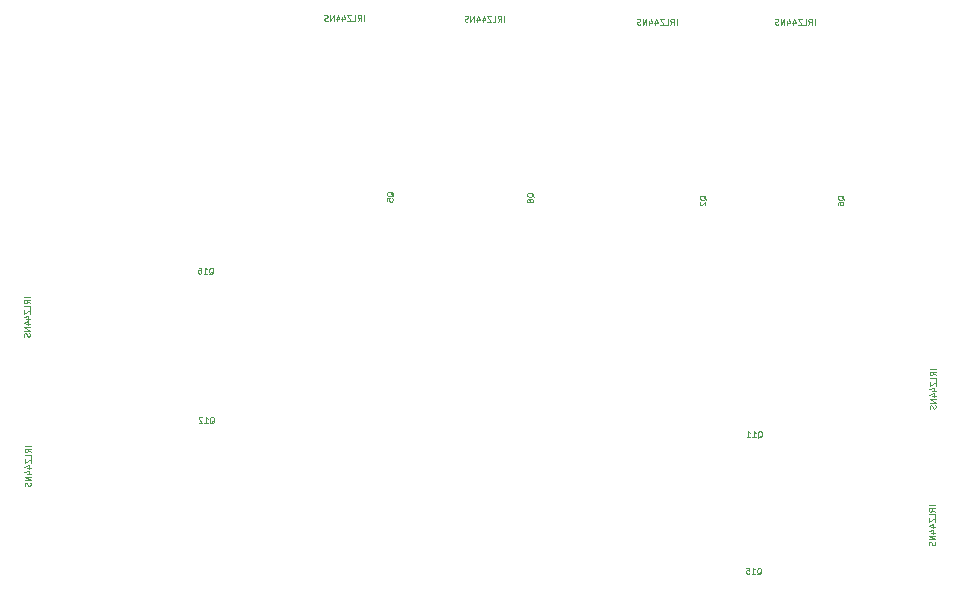
<source format=gbo>
%TF.GenerationSoftware,KiCad,Pcbnew,(5.0.1)-3*%
%TF.CreationDate,2018-12-23T11:37:47+11:00*%
%TF.ProjectId,1Wire-LEDController,31576972652D4C4544436F6E74726F6C,1.2*%
%TF.SameCoordinates,Original*%
%TF.FileFunction,Legend,Bot*%
%TF.FilePolarity,Positive*%
%FSLAX46Y46*%
G04 Gerber Fmt 4.6, Leading zero omitted, Abs format (unit mm)*
G04 Created by KiCad (PCBNEW (5.0.1)-3) date 23/12/2018 11:37:47 AM*
%MOMM*%
%LPD*%
G01*
G04 APERTURE LIST*
%ADD10C,0.125000*%
G04 APERTURE END LIST*
%TO.C,Q8*%
D10*
X184428389Y-87910040D02*
X184404580Y-87862421D01*
X184356960Y-87814802D01*
X184285532Y-87743374D01*
X184261722Y-87695755D01*
X184261722Y-87648136D01*
X184380770Y-87671945D02*
X184356960Y-87624326D01*
X184309341Y-87576707D01*
X184214103Y-87552898D01*
X184047437Y-87552898D01*
X183952199Y-87576707D01*
X183904580Y-87624326D01*
X183880770Y-87671945D01*
X183880770Y-87767183D01*
X183904580Y-87814802D01*
X183952199Y-87862421D01*
X184047437Y-87886231D01*
X184214103Y-87886231D01*
X184309341Y-87862421D01*
X184356960Y-87814802D01*
X184380770Y-87767183D01*
X184380770Y-87671945D01*
X184095056Y-88171945D02*
X184071246Y-88124326D01*
X184047437Y-88100517D01*
X183999818Y-88076707D01*
X183976008Y-88076707D01*
X183928389Y-88100517D01*
X183904580Y-88124326D01*
X183880770Y-88171945D01*
X183880770Y-88267183D01*
X183904580Y-88314802D01*
X183928389Y-88338612D01*
X183976008Y-88362421D01*
X183999818Y-88362421D01*
X184047437Y-88338612D01*
X184071246Y-88314802D01*
X184095056Y-88267183D01*
X184095056Y-88171945D01*
X184118865Y-88124326D01*
X184142675Y-88100517D01*
X184190294Y-88076707D01*
X184285532Y-88076707D01*
X184333151Y-88100517D01*
X184356960Y-88124326D01*
X184380770Y-88171945D01*
X184380770Y-88267183D01*
X184356960Y-88314802D01*
X184333151Y-88338612D01*
X184285532Y-88362421D01*
X184190294Y-88362421D01*
X184142675Y-88338612D01*
X184118865Y-88314802D01*
X184095056Y-88267183D01*
X181940126Y-73068310D02*
X181940126Y-72568310D01*
X181416317Y-73068310D02*
X181582983Y-72830215D01*
X181702031Y-73068310D02*
X181702031Y-72568310D01*
X181511555Y-72568310D01*
X181463936Y-72592120D01*
X181440126Y-72615929D01*
X181416317Y-72663548D01*
X181416317Y-72734977D01*
X181440126Y-72782596D01*
X181463936Y-72806405D01*
X181511555Y-72830215D01*
X181702031Y-72830215D01*
X180963936Y-73068310D02*
X181202031Y-73068310D01*
X181202031Y-72568310D01*
X180844888Y-72568310D02*
X180511555Y-72568310D01*
X180844888Y-73068310D01*
X180511555Y-73068310D01*
X180106793Y-72734977D02*
X180106793Y-73068310D01*
X180225840Y-72544500D02*
X180344888Y-72901643D01*
X180035364Y-72901643D01*
X179630602Y-72734977D02*
X179630602Y-73068310D01*
X179749650Y-72544500D02*
X179868698Y-72901643D01*
X179559174Y-72901643D01*
X179368698Y-73068310D02*
X179368698Y-72568310D01*
X179082983Y-73068310D01*
X179082983Y-72568310D01*
X178868698Y-73044500D02*
X178797269Y-73068310D01*
X178678221Y-73068310D01*
X178630602Y-73044500D01*
X178606793Y-73020691D01*
X178582983Y-72973072D01*
X178582983Y-72925453D01*
X178606793Y-72877834D01*
X178630602Y-72854024D01*
X178678221Y-72830215D01*
X178773460Y-72806405D01*
X178821079Y-72782596D01*
X178844888Y-72758786D01*
X178868698Y-72711167D01*
X178868698Y-72663548D01*
X178844888Y-72615929D01*
X178821079Y-72592120D01*
X178773460Y-72568310D01*
X178654412Y-72568310D01*
X178582983Y-72592120D01*
%TO.C,Q2*%
X199034389Y-88164040D02*
X199010580Y-88116421D01*
X198962960Y-88068802D01*
X198891532Y-87997374D01*
X198867722Y-87949755D01*
X198867722Y-87902136D01*
X198986770Y-87925945D02*
X198962960Y-87878326D01*
X198915341Y-87830707D01*
X198820103Y-87806898D01*
X198653437Y-87806898D01*
X198558199Y-87830707D01*
X198510580Y-87878326D01*
X198486770Y-87925945D01*
X198486770Y-88021183D01*
X198510580Y-88068802D01*
X198558199Y-88116421D01*
X198653437Y-88140231D01*
X198820103Y-88140231D01*
X198915341Y-88116421D01*
X198962960Y-88068802D01*
X198986770Y-88021183D01*
X198986770Y-87925945D01*
X198534389Y-88330707D02*
X198510580Y-88354517D01*
X198486770Y-88402136D01*
X198486770Y-88521183D01*
X198510580Y-88568802D01*
X198534389Y-88592612D01*
X198582008Y-88616421D01*
X198629627Y-88616421D01*
X198701056Y-88592612D01*
X198986770Y-88306898D01*
X198986770Y-88616421D01*
X196546126Y-73322310D02*
X196546126Y-72822310D01*
X196022317Y-73322310D02*
X196188983Y-73084215D01*
X196308031Y-73322310D02*
X196308031Y-72822310D01*
X196117555Y-72822310D01*
X196069936Y-72846120D01*
X196046126Y-72869929D01*
X196022317Y-72917548D01*
X196022317Y-72988977D01*
X196046126Y-73036596D01*
X196069936Y-73060405D01*
X196117555Y-73084215D01*
X196308031Y-73084215D01*
X195569936Y-73322310D02*
X195808031Y-73322310D01*
X195808031Y-72822310D01*
X195450888Y-72822310D02*
X195117555Y-72822310D01*
X195450888Y-73322310D01*
X195117555Y-73322310D01*
X194712793Y-72988977D02*
X194712793Y-73322310D01*
X194831840Y-72798500D02*
X194950888Y-73155643D01*
X194641364Y-73155643D01*
X194236602Y-72988977D02*
X194236602Y-73322310D01*
X194355650Y-72798500D02*
X194474698Y-73155643D01*
X194165174Y-73155643D01*
X193974698Y-73322310D02*
X193974698Y-72822310D01*
X193688983Y-73322310D01*
X193688983Y-72822310D01*
X193474698Y-73298500D02*
X193403269Y-73322310D01*
X193284221Y-73322310D01*
X193236602Y-73298500D01*
X193212793Y-73274691D01*
X193188983Y-73227072D01*
X193188983Y-73179453D01*
X193212793Y-73131834D01*
X193236602Y-73108024D01*
X193284221Y-73084215D01*
X193379460Y-73060405D01*
X193427079Y-73036596D01*
X193450888Y-73012786D01*
X193474698Y-72965167D01*
X193474698Y-72917548D01*
X193450888Y-72869929D01*
X193427079Y-72846120D01*
X193379460Y-72822310D01*
X193260412Y-72822310D01*
X193188983Y-72846120D01*
%TO.C,Q5*%
X172554389Y-87846540D02*
X172530580Y-87798921D01*
X172482960Y-87751302D01*
X172411532Y-87679874D01*
X172387722Y-87632255D01*
X172387722Y-87584636D01*
X172506770Y-87608445D02*
X172482960Y-87560826D01*
X172435341Y-87513207D01*
X172340103Y-87489398D01*
X172173437Y-87489398D01*
X172078199Y-87513207D01*
X172030580Y-87560826D01*
X172006770Y-87608445D01*
X172006770Y-87703683D01*
X172030580Y-87751302D01*
X172078199Y-87798921D01*
X172173437Y-87822731D01*
X172340103Y-87822731D01*
X172435341Y-87798921D01*
X172482960Y-87751302D01*
X172506770Y-87703683D01*
X172506770Y-87608445D01*
X172006770Y-88275112D02*
X172006770Y-88037017D01*
X172244865Y-88013207D01*
X172221056Y-88037017D01*
X172197246Y-88084636D01*
X172197246Y-88203683D01*
X172221056Y-88251302D01*
X172244865Y-88275112D01*
X172292484Y-88298921D01*
X172411532Y-88298921D01*
X172459151Y-88275112D01*
X172482960Y-88251302D01*
X172506770Y-88203683D01*
X172506770Y-88084636D01*
X172482960Y-88037017D01*
X172459151Y-88013207D01*
X170066126Y-73004810D02*
X170066126Y-72504810D01*
X169542317Y-73004810D02*
X169708983Y-72766715D01*
X169828031Y-73004810D02*
X169828031Y-72504810D01*
X169637555Y-72504810D01*
X169589936Y-72528620D01*
X169566126Y-72552429D01*
X169542317Y-72600048D01*
X169542317Y-72671477D01*
X169566126Y-72719096D01*
X169589936Y-72742905D01*
X169637555Y-72766715D01*
X169828031Y-72766715D01*
X169089936Y-73004810D02*
X169328031Y-73004810D01*
X169328031Y-72504810D01*
X168970888Y-72504810D02*
X168637555Y-72504810D01*
X168970888Y-73004810D01*
X168637555Y-73004810D01*
X168232793Y-72671477D02*
X168232793Y-73004810D01*
X168351840Y-72481000D02*
X168470888Y-72838143D01*
X168161364Y-72838143D01*
X167756602Y-72671477D02*
X167756602Y-73004810D01*
X167875650Y-72481000D02*
X167994698Y-72838143D01*
X167685174Y-72838143D01*
X167494698Y-73004810D02*
X167494698Y-72504810D01*
X167208983Y-73004810D01*
X167208983Y-72504810D01*
X166994698Y-72981000D02*
X166923269Y-73004810D01*
X166804221Y-73004810D01*
X166756602Y-72981000D01*
X166732793Y-72957191D01*
X166708983Y-72909572D01*
X166708983Y-72861953D01*
X166732793Y-72814334D01*
X166756602Y-72790524D01*
X166804221Y-72766715D01*
X166899460Y-72742905D01*
X166947079Y-72719096D01*
X166970888Y-72695286D01*
X166994698Y-72647667D01*
X166994698Y-72600048D01*
X166970888Y-72552429D01*
X166947079Y-72528620D01*
X166899460Y-72504810D01*
X166780412Y-72504810D01*
X166708983Y-72528620D01*
%TO.C,Q6*%
X210718389Y-88164040D02*
X210694580Y-88116421D01*
X210646960Y-88068802D01*
X210575532Y-87997374D01*
X210551722Y-87949755D01*
X210551722Y-87902136D01*
X210670770Y-87925945D02*
X210646960Y-87878326D01*
X210599341Y-87830707D01*
X210504103Y-87806898D01*
X210337437Y-87806898D01*
X210242199Y-87830707D01*
X210194580Y-87878326D01*
X210170770Y-87925945D01*
X210170770Y-88021183D01*
X210194580Y-88068802D01*
X210242199Y-88116421D01*
X210337437Y-88140231D01*
X210504103Y-88140231D01*
X210599341Y-88116421D01*
X210646960Y-88068802D01*
X210670770Y-88021183D01*
X210670770Y-87925945D01*
X210170770Y-88568802D02*
X210170770Y-88473564D01*
X210194580Y-88425945D01*
X210218389Y-88402136D01*
X210289818Y-88354517D01*
X210385056Y-88330707D01*
X210575532Y-88330707D01*
X210623151Y-88354517D01*
X210646960Y-88378326D01*
X210670770Y-88425945D01*
X210670770Y-88521183D01*
X210646960Y-88568802D01*
X210623151Y-88592612D01*
X210575532Y-88616421D01*
X210456484Y-88616421D01*
X210408865Y-88592612D01*
X210385056Y-88568802D01*
X210361246Y-88521183D01*
X210361246Y-88425945D01*
X210385056Y-88378326D01*
X210408865Y-88354517D01*
X210456484Y-88330707D01*
X208230126Y-73322310D02*
X208230126Y-72822310D01*
X207706317Y-73322310D02*
X207872983Y-73084215D01*
X207992031Y-73322310D02*
X207992031Y-72822310D01*
X207801555Y-72822310D01*
X207753936Y-72846120D01*
X207730126Y-72869929D01*
X207706317Y-72917548D01*
X207706317Y-72988977D01*
X207730126Y-73036596D01*
X207753936Y-73060405D01*
X207801555Y-73084215D01*
X207992031Y-73084215D01*
X207253936Y-73322310D02*
X207492031Y-73322310D01*
X207492031Y-72822310D01*
X207134888Y-72822310D02*
X206801555Y-72822310D01*
X207134888Y-73322310D01*
X206801555Y-73322310D01*
X206396793Y-72988977D02*
X206396793Y-73322310D01*
X206515840Y-72798500D02*
X206634888Y-73155643D01*
X206325364Y-73155643D01*
X205920602Y-72988977D02*
X205920602Y-73322310D01*
X206039650Y-72798500D02*
X206158698Y-73155643D01*
X205849174Y-73155643D01*
X205658698Y-73322310D02*
X205658698Y-72822310D01*
X205372983Y-73322310D01*
X205372983Y-72822310D01*
X205158698Y-73298500D02*
X205087269Y-73322310D01*
X204968221Y-73322310D01*
X204920602Y-73298500D01*
X204896793Y-73274691D01*
X204872983Y-73227072D01*
X204872983Y-73179453D01*
X204896793Y-73131834D01*
X204920602Y-73108024D01*
X204968221Y-73084215D01*
X205063460Y-73060405D01*
X205111079Y-73036596D01*
X205134888Y-73012786D01*
X205158698Y-72965167D01*
X205158698Y-72917548D01*
X205134888Y-72869929D01*
X205111079Y-72846120D01*
X205063460Y-72822310D01*
X204944412Y-72822310D01*
X204872983Y-72846120D01*
%TO.C,Q11*%
X203412054Y-108292389D02*
X203459673Y-108268580D01*
X203507292Y-108220960D01*
X203578720Y-108149532D01*
X203626340Y-108125722D01*
X203673959Y-108125722D01*
X203650149Y-108244770D02*
X203697768Y-108220960D01*
X203745387Y-108173341D01*
X203769197Y-108078103D01*
X203769197Y-107911437D01*
X203745387Y-107816199D01*
X203697768Y-107768580D01*
X203650149Y-107744770D01*
X203554911Y-107744770D01*
X203507292Y-107768580D01*
X203459673Y-107816199D01*
X203435863Y-107911437D01*
X203435863Y-108078103D01*
X203459673Y-108173341D01*
X203507292Y-108220960D01*
X203554911Y-108244770D01*
X203650149Y-108244770D01*
X202959673Y-108244770D02*
X203245387Y-108244770D01*
X203102530Y-108244770D02*
X203102530Y-107744770D01*
X203150149Y-107816199D01*
X203197768Y-107863818D01*
X203245387Y-107887627D01*
X202483482Y-108244770D02*
X202769197Y-108244770D01*
X202626340Y-108244770D02*
X202626340Y-107744770D01*
X202673959Y-107816199D01*
X202721578Y-107863818D01*
X202769197Y-107887627D01*
X218468070Y-102470793D02*
X217968070Y-102470793D01*
X218468070Y-102994602D02*
X218229975Y-102827936D01*
X218468070Y-102708888D02*
X217968070Y-102708888D01*
X217968070Y-102899364D01*
X217991880Y-102946983D01*
X218015689Y-102970793D01*
X218063308Y-102994602D01*
X218134737Y-102994602D01*
X218182356Y-102970793D01*
X218206165Y-102946983D01*
X218229975Y-102899364D01*
X218229975Y-102708888D01*
X218468070Y-103446983D02*
X218468070Y-103208888D01*
X217968070Y-103208888D01*
X217968070Y-103566031D02*
X217968070Y-103899364D01*
X218468070Y-103566031D01*
X218468070Y-103899364D01*
X218134737Y-104304126D02*
X218468070Y-104304126D01*
X217944260Y-104185079D02*
X218301403Y-104066031D01*
X218301403Y-104375555D01*
X218134737Y-104780317D02*
X218468070Y-104780317D01*
X217944260Y-104661269D02*
X218301403Y-104542221D01*
X218301403Y-104851745D01*
X218468070Y-105042221D02*
X217968070Y-105042221D01*
X218468070Y-105327936D01*
X217968070Y-105327936D01*
X218444260Y-105542221D02*
X218468070Y-105613650D01*
X218468070Y-105732698D01*
X218444260Y-105780317D01*
X218420451Y-105804126D01*
X218372832Y-105827936D01*
X218325213Y-105827936D01*
X218277594Y-105804126D01*
X218253784Y-105780317D01*
X218229975Y-105732698D01*
X218206165Y-105637460D01*
X218182356Y-105589840D01*
X218158546Y-105566031D01*
X218110927Y-105542221D01*
X218063308Y-105542221D01*
X218015689Y-105566031D01*
X217991880Y-105589840D01*
X217968070Y-105637460D01*
X217968070Y-105756507D01*
X217991880Y-105827936D01*
%TO.C,Q12*%
X157013374Y-107075229D02*
X157060993Y-107051420D01*
X157108612Y-107003800D01*
X157180040Y-106932372D01*
X157227660Y-106908562D01*
X157275279Y-106908562D01*
X157251469Y-107027610D02*
X157299088Y-107003800D01*
X157346707Y-106956181D01*
X157370517Y-106860943D01*
X157370517Y-106694277D01*
X157346707Y-106599039D01*
X157299088Y-106551420D01*
X157251469Y-106527610D01*
X157156231Y-106527610D01*
X157108612Y-106551420D01*
X157060993Y-106599039D01*
X157037183Y-106694277D01*
X157037183Y-106860943D01*
X157060993Y-106956181D01*
X157108612Y-107003800D01*
X157156231Y-107027610D01*
X157251469Y-107027610D01*
X156560993Y-107027610D02*
X156846707Y-107027610D01*
X156703850Y-107027610D02*
X156703850Y-106527610D01*
X156751469Y-106599039D01*
X156799088Y-106646658D01*
X156846707Y-106670467D01*
X156370517Y-106575229D02*
X156346707Y-106551420D01*
X156299088Y-106527610D01*
X156180040Y-106527610D01*
X156132421Y-106551420D01*
X156108612Y-106575229D01*
X156084802Y-106622848D01*
X156084802Y-106670467D01*
X156108612Y-106741896D01*
X156394326Y-107027610D01*
X156084802Y-107027610D01*
X141838310Y-109015873D02*
X141338310Y-109015873D01*
X141838310Y-109539682D02*
X141600215Y-109373016D01*
X141838310Y-109253968D02*
X141338310Y-109253968D01*
X141338310Y-109444444D01*
X141362120Y-109492063D01*
X141385929Y-109515873D01*
X141433548Y-109539682D01*
X141504977Y-109539682D01*
X141552596Y-109515873D01*
X141576405Y-109492063D01*
X141600215Y-109444444D01*
X141600215Y-109253968D01*
X141838310Y-109992063D02*
X141838310Y-109753968D01*
X141338310Y-109753968D01*
X141338310Y-110111111D02*
X141338310Y-110444444D01*
X141838310Y-110111111D01*
X141838310Y-110444444D01*
X141504977Y-110849206D02*
X141838310Y-110849206D01*
X141314500Y-110730159D02*
X141671643Y-110611111D01*
X141671643Y-110920635D01*
X141504977Y-111325397D02*
X141838310Y-111325397D01*
X141314500Y-111206349D02*
X141671643Y-111087301D01*
X141671643Y-111396825D01*
X141838310Y-111587301D02*
X141338310Y-111587301D01*
X141838310Y-111873016D01*
X141338310Y-111873016D01*
X141814500Y-112087301D02*
X141838310Y-112158730D01*
X141838310Y-112277778D01*
X141814500Y-112325397D01*
X141790691Y-112349206D01*
X141743072Y-112373016D01*
X141695453Y-112373016D01*
X141647834Y-112349206D01*
X141624024Y-112325397D01*
X141600215Y-112277778D01*
X141576405Y-112182540D01*
X141552596Y-112134920D01*
X141528786Y-112111111D01*
X141481167Y-112087301D01*
X141433548Y-112087301D01*
X141385929Y-112111111D01*
X141362120Y-112134920D01*
X141338310Y-112182540D01*
X141338310Y-112301587D01*
X141362120Y-112373016D01*
%TO.C,Q15*%
X203348054Y-119849389D02*
X203395673Y-119825580D01*
X203443292Y-119777960D01*
X203514720Y-119706532D01*
X203562340Y-119682722D01*
X203609959Y-119682722D01*
X203586149Y-119801770D02*
X203633768Y-119777960D01*
X203681387Y-119730341D01*
X203705197Y-119635103D01*
X203705197Y-119468437D01*
X203681387Y-119373199D01*
X203633768Y-119325580D01*
X203586149Y-119301770D01*
X203490911Y-119301770D01*
X203443292Y-119325580D01*
X203395673Y-119373199D01*
X203371863Y-119468437D01*
X203371863Y-119635103D01*
X203395673Y-119730341D01*
X203443292Y-119777960D01*
X203490911Y-119801770D01*
X203586149Y-119801770D01*
X202895673Y-119801770D02*
X203181387Y-119801770D01*
X203038530Y-119801770D02*
X203038530Y-119301770D01*
X203086149Y-119373199D01*
X203133768Y-119420818D01*
X203181387Y-119444627D01*
X202443292Y-119301770D02*
X202681387Y-119301770D01*
X202705197Y-119539865D01*
X202681387Y-119516056D01*
X202633768Y-119492246D01*
X202514720Y-119492246D01*
X202467101Y-119516056D01*
X202443292Y-119539865D01*
X202419482Y-119587484D01*
X202419482Y-119706532D01*
X202443292Y-119754151D01*
X202467101Y-119777960D01*
X202514720Y-119801770D01*
X202633768Y-119801770D01*
X202681387Y-119777960D01*
X202705197Y-119754151D01*
X218404070Y-114027793D02*
X217904070Y-114027793D01*
X218404070Y-114551602D02*
X218165975Y-114384936D01*
X218404070Y-114265888D02*
X217904070Y-114265888D01*
X217904070Y-114456364D01*
X217927880Y-114503983D01*
X217951689Y-114527793D01*
X217999308Y-114551602D01*
X218070737Y-114551602D01*
X218118356Y-114527793D01*
X218142165Y-114503983D01*
X218165975Y-114456364D01*
X218165975Y-114265888D01*
X218404070Y-115003983D02*
X218404070Y-114765888D01*
X217904070Y-114765888D01*
X217904070Y-115123031D02*
X217904070Y-115456364D01*
X218404070Y-115123031D01*
X218404070Y-115456364D01*
X218070737Y-115861126D02*
X218404070Y-115861126D01*
X217880260Y-115742079D02*
X218237403Y-115623031D01*
X218237403Y-115932555D01*
X218070737Y-116337317D02*
X218404070Y-116337317D01*
X217880260Y-116218269D02*
X218237403Y-116099221D01*
X218237403Y-116408745D01*
X218404070Y-116599221D02*
X217904070Y-116599221D01*
X218404070Y-116884936D01*
X217904070Y-116884936D01*
X218380260Y-117099221D02*
X218404070Y-117170650D01*
X218404070Y-117289698D01*
X218380260Y-117337317D01*
X218356451Y-117361126D01*
X218308832Y-117384936D01*
X218261213Y-117384936D01*
X218213594Y-117361126D01*
X218189784Y-117337317D01*
X218165975Y-117289698D01*
X218142165Y-117194460D01*
X218118356Y-117146840D01*
X218094546Y-117123031D01*
X218046927Y-117099221D01*
X217999308Y-117099221D01*
X217951689Y-117123031D01*
X217927880Y-117146840D01*
X217904070Y-117194460D01*
X217904070Y-117313507D01*
X217927880Y-117384936D01*
%TO.C,Q16*%
X156950374Y-94439229D02*
X156997993Y-94415420D01*
X157045612Y-94367800D01*
X157117040Y-94296372D01*
X157164660Y-94272562D01*
X157212279Y-94272562D01*
X157188469Y-94391610D02*
X157236088Y-94367800D01*
X157283707Y-94320181D01*
X157307517Y-94224943D01*
X157307517Y-94058277D01*
X157283707Y-93963039D01*
X157236088Y-93915420D01*
X157188469Y-93891610D01*
X157093231Y-93891610D01*
X157045612Y-93915420D01*
X156997993Y-93963039D01*
X156974183Y-94058277D01*
X156974183Y-94224943D01*
X156997993Y-94320181D01*
X157045612Y-94367800D01*
X157093231Y-94391610D01*
X157188469Y-94391610D01*
X156497993Y-94391610D02*
X156783707Y-94391610D01*
X156640850Y-94391610D02*
X156640850Y-93891610D01*
X156688469Y-93963039D01*
X156736088Y-94010658D01*
X156783707Y-94034467D01*
X156069421Y-93891610D02*
X156164660Y-93891610D01*
X156212279Y-93915420D01*
X156236088Y-93939229D01*
X156283707Y-94010658D01*
X156307517Y-94105896D01*
X156307517Y-94296372D01*
X156283707Y-94343991D01*
X156259898Y-94367800D01*
X156212279Y-94391610D01*
X156117040Y-94391610D01*
X156069421Y-94367800D01*
X156045612Y-94343991D01*
X156021802Y-94296372D01*
X156021802Y-94177324D01*
X156045612Y-94129705D01*
X156069421Y-94105896D01*
X156117040Y-94082086D01*
X156212279Y-94082086D01*
X156259898Y-94105896D01*
X156283707Y-94129705D01*
X156307517Y-94177324D01*
X141775310Y-96379873D02*
X141275310Y-96379873D01*
X141775310Y-96903682D02*
X141537215Y-96737016D01*
X141775310Y-96617968D02*
X141275310Y-96617968D01*
X141275310Y-96808444D01*
X141299120Y-96856063D01*
X141322929Y-96879873D01*
X141370548Y-96903682D01*
X141441977Y-96903682D01*
X141489596Y-96879873D01*
X141513405Y-96856063D01*
X141537215Y-96808444D01*
X141537215Y-96617968D01*
X141775310Y-97356063D02*
X141775310Y-97117968D01*
X141275310Y-97117968D01*
X141275310Y-97475111D02*
X141275310Y-97808444D01*
X141775310Y-97475111D01*
X141775310Y-97808444D01*
X141441977Y-98213206D02*
X141775310Y-98213206D01*
X141251500Y-98094159D02*
X141608643Y-97975111D01*
X141608643Y-98284635D01*
X141441977Y-98689397D02*
X141775310Y-98689397D01*
X141251500Y-98570349D02*
X141608643Y-98451301D01*
X141608643Y-98760825D01*
X141775310Y-98951301D02*
X141275310Y-98951301D01*
X141775310Y-99237016D01*
X141275310Y-99237016D01*
X141751500Y-99451301D02*
X141775310Y-99522730D01*
X141775310Y-99641778D01*
X141751500Y-99689397D01*
X141727691Y-99713206D01*
X141680072Y-99737016D01*
X141632453Y-99737016D01*
X141584834Y-99713206D01*
X141561024Y-99689397D01*
X141537215Y-99641778D01*
X141513405Y-99546540D01*
X141489596Y-99498920D01*
X141465786Y-99475111D01*
X141418167Y-99451301D01*
X141370548Y-99451301D01*
X141322929Y-99475111D01*
X141299120Y-99498920D01*
X141275310Y-99546540D01*
X141275310Y-99665587D01*
X141299120Y-99737016D01*
%TD*%
M02*

</source>
